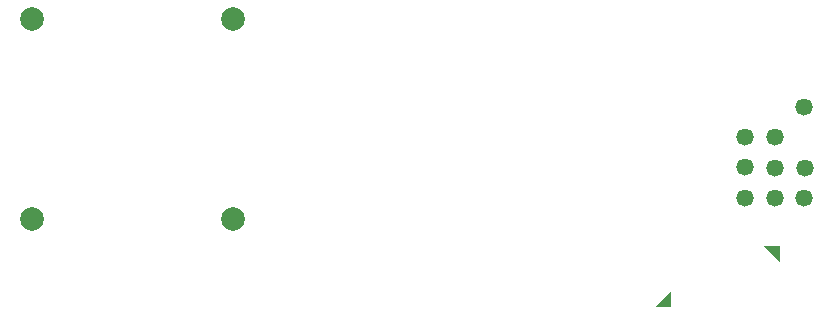
<source format=gbs>
G04 Layer_Color=16711935*
%FSAX42Y42*%
%MOMM*%
G71*
G01*
G75*
%ADD57C,2.00*%
%ADD60C,1.47*%
G36*
X011309Y004913D02*
X011174D01*
X011309Y005048D01*
Y004913D01*
D02*
G37*
G36*
X012236Y005287D02*
X012101Y005422D01*
X012236D01*
Y005287D01*
D02*
G37*
D57*
X005900Y007350D02*
D03*
X007606Y007349D02*
D03*
Y005650D02*
D03*
X005900Y005651D02*
D03*
D60*
X012446Y006083D02*
D03*
X012192Y005835D02*
D03*
X012443Y005835D02*
D03*
X012191Y006350D02*
D03*
X012443Y006600D02*
D03*
X012192Y006088D02*
D03*
X011938Y006093D02*
D03*
Y005835D02*
D03*
Y006350D02*
D03*
M02*

</source>
